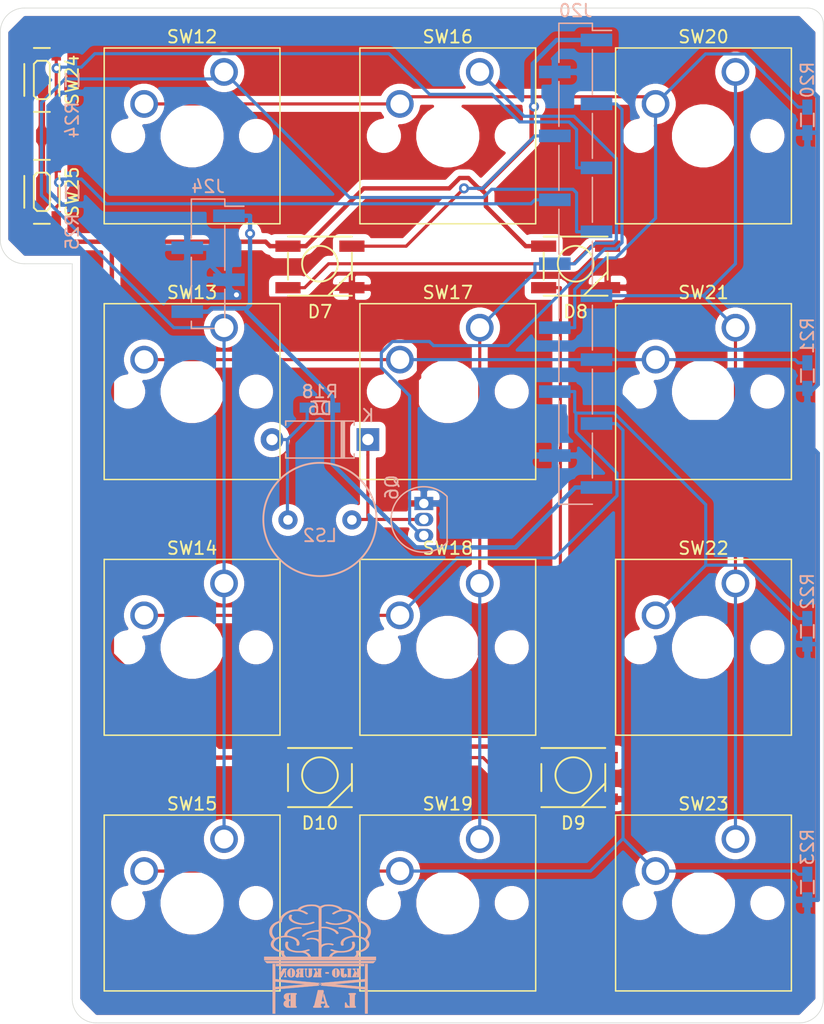
<source format=kicad_pcb>
(kicad_pcb (version 20171130) (host pcbnew "(5.1.5)-3")
  (layers (0 F.Cu signal) (31 B.Cu signal) (34 B.Paste user) (35 F.Paste user) (36 B.SilkS user) (37 F.SilkS user) (38 B.Mask user) (39 F.Mask user) (44 Edge.Cuts user))
  (net 0 "")
  (net 1 "Net-(D6-Pad1)")
  (net 2 "Net-(D6-Pad2)")
  (net 3 "Net-(D7-Pad2)")
  (net 4 "Net-(D8-Pad2)")
  (net 5 "Net-(D10-Pad4)")
  (net 6 "Net-(D10-Pad2)")
  (net 7 /Sheet5F548F88/3v32)
  (net 8 /Sheet5F548F88/LEDs2)
  (net 9 /Sheet5F548F88/GND2)
  (net 10 /Sheet5F548F88/r23)
  (net 11 /Sheet5F548F88/r21)
  (net 12 /Sheet5F548F88/c22)
  (net 13 /Sheet5F548F88/button22)
  (net 14 /Sheet5F548F88/r24)
  (net 15 /Sheet5F548F88/r22)
  (net 16 /Sheet5F548F88/c23)
  (net 17 /Sheet5F548F88/c12)
  (net 18 /Sheet5F548F88/button21)
  (net 19 /Sheet5F548F88/spk2)
  (module Symbol:Kijo-Kuron-LAB_small2 (layer B.Cu) (at 151.13 102.235 180)
    (fp_text reference G*** hide)
    (fp_text value LOGO hide)
  )
  (module Diode_THT:D_A-405_P7.62mm_Horizontal (layer B.Cu) (at 154.94 60.325 180)
    (fp_text reference D6 (at 3.81 2.47) (layer B.SilkS) (effects (justify mirror)))
    (fp_text value DIODE)
    (fp_text user K (at 0 1.9) (layer B.SilkS) (effects (justify mirror)))
    (pad 1 thru_hole rect (at 0 0 180) (size 1.8 1.8) (drill 0.9) (layers *.Cu *.Mask) (net 1 "Net-(D6-Pad1)"))
    (pad 2 thru_hole oval (at 7.62 0 180) (size 1.8 1.8) (drill 0.9) (layers *.Cu *.Mask) (net 2 "Net-(D6-Pad2)"))
  )
  (module akizukit:small_speaker (layer B.Cu) (at 151.13 66.675)
    (fp_text reference LS2 (at 0 1.27) (layer B.SilkS) (effects (justify mirror)))
    (fp_text value Speaker)
    (pad 2 thru_hole circle (at 2.54 0.04) (size 1.524 1.524) (drill 0.762) (layers *.Cu *.Mask) (net 1 "Net-(D6-Pad1)"))
    (pad 1 thru_hole circle (at -2.54 0.04) (size 1.524 1.524) (drill 0.762) (layers *.Cu *.Mask) (net 2 "Net-(D6-Pad2)"))
  )
  (module Package_TO_SOT_THT:TO-92_Inline (layer B.Cu) (at 159.385 65.405 270)
    (fp_text reference Q6 (at -1.27 2.54 90) (layer B.SilkS) (effects (justify mirror)))
    (fp_text value 2SC1815)
    (pad 2 thru_hole oval (at 1.27 0 270) (size 1.05 1.5) (drill 0.75) (layers *.Cu *.Mask) (net 1 "Net-(D6-Pad1)"))
    (pad 3 thru_hole oval (at 2.54 0 270) (size 1.05 1.5) (drill 0.75) (layers *.Cu *.Mask) (net 19 /Sheet5F548F88/spk2))
    (pad 1 thru_hole rect (at 0 0 270) (size 1.05 1.5) (drill 0.75) (layers *.Cu *.Mask) (net 9 /Sheet5F548F88/GND2))
  )
  (module akizukit:SMD-1608 (layer B.Cu) (at 151.13 57.785 180)
    (fp_text reference R18 (at 0 1.27) (layer B.SilkS) (effects (justify mirror)))
    (fp_text value 1k)
    (pad 1 smd rect (at 1.016 0 180) (size 1.2 0.8) (layers B.Cu B.Paste B.Mask) (net 2 "Net-(D6-Pad2)"))
    (pad 2 smd rect (at -1.016 0 180) (size 1.2 0.8) (layers B.Cu B.Paste B.Mask) (net 7 /Sheet5F548F88/3v32))
  )
  (module akizukit:SMD-1608 (layer B.Cu) (at 189.865 34.925 90)
    (fp_text reference R20 (at 3.175 0 270) (layer B.SilkS) (effects (justify mirror)))
    (fp_text value 1k)
    (pad 1 smd rect (at 1.016 0 90) (size 1.2 0.8) (layers B.Cu B.Paste B.Mask) (net 11 /Sheet5F548F88/r21))
    (pad 2 smd rect (at -1.016 0 90) (size 1.2 0.8) (layers B.Cu B.Paste B.Mask) (net 9 /Sheet5F548F88/GND2))
  )
  (module akizukit:SMD-1608 (layer B.Cu) (at 189.865 55.245 90)
    (fp_text reference R21 (at 3.175 0 270) (layer B.SilkS) (effects (justify mirror)))
    (fp_text value 1k)
    (pad 2 smd rect (at -1.016 0 90) (size 1.2 0.8) (layers B.Cu B.Paste B.Mask) (net 9 /Sheet5F548F88/GND2))
    (pad 1 smd rect (at 1.016 0 90) (size 1.2 0.8) (layers B.Cu B.Paste B.Mask) (net 15 /Sheet5F548F88/r22))
  )
  (module akizukit:SMD-1608 (layer B.Cu) (at 189.865 75.565 90)
    (fp_text reference R22 (at 3.175 0 270) (layer B.SilkS) (effects (justify mirror)))
    (fp_text value 1k)
    (pad 1 smd rect (at 1.016 0 90) (size 1.2 0.8) (layers B.Cu B.Paste B.Mask) (net 10 /Sheet5F548F88/r23))
    (pad 2 smd rect (at -1.016 0 90) (size 1.2 0.8) (layers B.Cu B.Paste B.Mask) (net 9 /Sheet5F548F88/GND2))
  )
  (module akizukit:SMD-1608 (layer B.Cu) (at 189.865 95.885 90)
    (fp_text reference R23 (at 3.175 0 270) (layer B.SilkS) (effects (justify mirror)))
    (fp_text value 1k)
    (pad 2 smd rect (at -1.016 0 90) (size 1.2 0.8) (layers B.Cu B.Paste B.Mask) (net 9 /Sheet5F548F88/GND2))
    (pad 1 smd rect (at 1.016 0 90) (size 1.2 0.8) (layers B.Cu B.Paste B.Mask) (net 14 /Sheet5F548F88/r24))
  )
  (module akizukit:SMD-1608 (layer B.Cu) (at 131.445 31.75 270)
    (fp_text reference R24 (at 3.175 0 90) (layer B.SilkS) (effects (justify mirror)))
    (fp_text value 1k)
    (pad 2 smd rect (at -1.016 0 270) (size 1.2 0.8) (layers B.Cu B.Paste B.Mask) (net 18 /Sheet5F548F88/button21))
    (pad 1 smd rect (at 1.016 0 270) (size 1.2 0.8) (layers B.Cu B.Paste B.Mask) (net 9 /Sheet5F548F88/GND2))
  )
  (module akizukit:SMD-1608 (layer B.Cu) (at 131.445 40.64 270)
    (fp_text reference R25 (at 3.175 0 90) (layer B.SilkS) (effects (justify mirror)))
    (fp_text value 1k)
    (pad 1 smd rect (at 1.016 0 270) (size 1.2 0.8) (layers B.Cu B.Paste B.Mask) (net 9 /Sheet5F548F88/GND2))
    (pad 2 smd rect (at -1.016 0 270) (size 1.2 0.8) (layers B.Cu B.Paste B.Mask) (net 13 /Sheet5F548F88/button22))
  )
  (module Button_Switch_Keyboard:SW_Cherry_MX_1.00u_PCB (layer F.Cu) (at 143.51 31.115)
    (fp_text reference SW12 (at -2.54 -2.794) (layer F.SilkS))
    (fp_text value SW_Push)
    (pad "" np_thru_hole circle (at 2.54 5.08) (size 1.7 1.7) (drill 1.7) (layers *.Cu *.Mask))
    (pad "" np_thru_hole circle (at -7.62 5.08) (size 1.7 1.7) (drill 1.7) (layers *.Cu *.Mask))
    (pad "" np_thru_hole circle (at -2.54 5.08) (size 4 4) (drill 4) (layers *.Cu *.Mask))
    (pad 2 thru_hole circle (at -6.35 2.54) (size 2.2 2.2) (drill 1.5) (layers *.Cu *.Mask) (net 11 /Sheet5F548F88/r21))
    (pad 1 thru_hole circle (at 0 0) (size 2.2 2.2) (drill 1.5) (layers *.Cu *.Mask) (net 17 /Sheet5F548F88/c12))
  )
  (module Button_Switch_Keyboard:SW_Cherry_MX_1.00u_PCB (layer F.Cu) (at 143.51 51.435)
    (fp_text reference SW13 (at -2.54 -2.794) (layer F.SilkS))
    (fp_text value SW_Push)
    (pad "" np_thru_hole circle (at 2.54 5.08) (size 1.7 1.7) (drill 1.7) (layers *.Cu *.Mask))
    (pad "" np_thru_hole circle (at -7.62 5.08) (size 1.7 1.7) (drill 1.7) (layers *.Cu *.Mask))
    (pad "" np_thru_hole circle (at -2.54 5.08) (size 4 4) (drill 4) (layers *.Cu *.Mask))
    (pad 2 thru_hole circle (at -6.35 2.54) (size 2.2 2.2) (drill 1.5) (layers *.Cu *.Mask) (net 15 /Sheet5F548F88/r22))
    (pad 1 thru_hole circle (at 0 0) (size 2.2 2.2) (drill 1.5) (layers *.Cu *.Mask) (net 17 /Sheet5F548F88/c12))
  )
  (module Button_Switch_Keyboard:SW_Cherry_MX_1.00u_PCB (layer F.Cu) (at 143.51 71.755)
    (fp_text reference SW14 (at -2.54 -2.794) (layer F.SilkS))
    (fp_text value SW_Push)
    (pad 1 thru_hole circle (at 0 0) (size 2.2 2.2) (drill 1.5) (layers *.Cu *.Mask) (net 17 /Sheet5F548F88/c12))
    (pad 2 thru_hole circle (at -6.35 2.54) (size 2.2 2.2) (drill 1.5) (layers *.Cu *.Mask) (net 10 /Sheet5F548F88/r23))
    (pad "" np_thru_hole circle (at -2.54 5.08) (size 4 4) (drill 4) (layers *.Cu *.Mask))
    (pad "" np_thru_hole circle (at -7.62 5.08) (size 1.7 1.7) (drill 1.7) (layers *.Cu *.Mask))
    (pad "" np_thru_hole circle (at 2.54 5.08) (size 1.7 1.7) (drill 1.7) (layers *.Cu *.Mask))
  )
  (module Button_Switch_Keyboard:SW_Cherry_MX_1.00u_PCB (layer F.Cu) (at 143.51 92.075)
    (fp_text reference SW15 (at -2.54 -2.794) (layer F.SilkS))
    (fp_text value SW_Push)
    (pad 1 thru_hole circle (at 0 0) (size 2.2 2.2) (drill 1.5) (layers *.Cu *.Mask) (net 17 /Sheet5F548F88/c12))
    (pad 2 thru_hole circle (at -6.35 2.54) (size 2.2 2.2) (drill 1.5) (layers *.Cu *.Mask) (net 14 /Sheet5F548F88/r24))
    (pad "" np_thru_hole circle (at -2.54 5.08) (size 4 4) (drill 4) (layers *.Cu *.Mask))
    (pad "" np_thru_hole circle (at -7.62 5.08) (size 1.7 1.7) (drill 1.7) (layers *.Cu *.Mask))
    (pad "" np_thru_hole circle (at 2.54 5.08) (size 1.7 1.7) (drill 1.7) (layers *.Cu *.Mask))
  )
  (module Button_Switch_Keyboard:SW_Cherry_MX_1.00u_PCB (layer F.Cu) (at 163.83 31.115)
    (fp_text reference SW16 (at -2.54 -2.794) (layer F.SilkS))
    (fp_text value SW_Push)
    (pad 1 thru_hole circle (at 0 0) (size 2.2 2.2) (drill 1.5) (layers *.Cu *.Mask) (net 12 /Sheet5F548F88/c22))
    (pad 2 thru_hole circle (at -6.35 2.54) (size 2.2 2.2) (drill 1.5) (layers *.Cu *.Mask) (net 11 /Sheet5F548F88/r21))
    (pad "" np_thru_hole circle (at -2.54 5.08) (size 4 4) (drill 4) (layers *.Cu *.Mask))
    (pad "" np_thru_hole circle (at -7.62 5.08) (size 1.7 1.7) (drill 1.7) (layers *.Cu *.Mask))
    (pad "" np_thru_hole circle (at 2.54 5.08) (size 1.7 1.7) (drill 1.7) (layers *.Cu *.Mask))
  )
  (module Button_Switch_Keyboard:SW_Cherry_MX_1.00u_PCB (layer F.Cu) (at 163.83 51.435)
    (fp_text reference SW17 (at -2.54 -2.794) (layer F.SilkS))
    (fp_text value SW_Push)
    (pad 1 thru_hole circle (at 0 0) (size 2.2 2.2) (drill 1.5) (layers *.Cu *.Mask) (net 12 /Sheet5F548F88/c22))
    (pad 2 thru_hole circle (at -6.35 2.54) (size 2.2 2.2) (drill 1.5) (layers *.Cu *.Mask) (net 15 /Sheet5F548F88/r22))
    (pad "" np_thru_hole circle (at -2.54 5.08) (size 4 4) (drill 4) (layers *.Cu *.Mask))
    (pad "" np_thru_hole circle (at -7.62 5.08) (size 1.7 1.7) (drill 1.7) (layers *.Cu *.Mask))
    (pad "" np_thru_hole circle (at 2.54 5.08) (size 1.7 1.7) (drill 1.7) (layers *.Cu *.Mask))
  )
  (module Button_Switch_Keyboard:SW_Cherry_MX_1.00u_PCB (layer F.Cu) (at 163.83 71.755)
    (fp_text reference SW18 (at -2.54 -2.794) (layer F.SilkS))
    (fp_text value SW_Push)
    (pad "" np_thru_hole circle (at 2.54 5.08) (size 1.7 1.7) (drill 1.7) (layers *.Cu *.Mask))
    (pad "" np_thru_hole circle (at -7.62 5.08) (size 1.7 1.7) (drill 1.7) (layers *.Cu *.Mask))
    (pad "" np_thru_hole circle (at -2.54 5.08) (size 4 4) (drill 4) (layers *.Cu *.Mask))
    (pad 2 thru_hole circle (at -6.35 2.54) (size 2.2 2.2) (drill 1.5) (layers *.Cu *.Mask) (net 10 /Sheet5F548F88/r23))
    (pad 1 thru_hole circle (at 0 0) (size 2.2 2.2) (drill 1.5) (layers *.Cu *.Mask) (net 12 /Sheet5F548F88/c22))
  )
  (module Button_Switch_Keyboard:SW_Cherry_MX_1.00u_PCB (layer F.Cu) (at 163.83 92.075)
    (fp_text reference SW19 (at -2.54 -2.794) (layer F.SilkS))
    (fp_text value SW_Push)
    (pad "" np_thru_hole circle (at 2.54 5.08) (size 1.7 1.7) (drill 1.7) (layers *.Cu *.Mask))
    (pad "" np_thru_hole circle (at -7.62 5.08) (size 1.7 1.7) (drill 1.7) (layers *.Cu *.Mask))
    (pad "" np_thru_hole circle (at -2.54 5.08) (size 4 4) (drill 4) (layers *.Cu *.Mask))
    (pad 2 thru_hole circle (at -6.35 2.54) (size 2.2 2.2) (drill 1.5) (layers *.Cu *.Mask) (net 14 /Sheet5F548F88/r24))
    (pad 1 thru_hole circle (at 0 0) (size 2.2 2.2) (drill 1.5) (layers *.Cu *.Mask) (net 12 /Sheet5F548F88/c22))
  )
  (module Button_Switch_Keyboard:SW_Cherry_MX_1.00u_PCB (layer F.Cu) (at 184.15 31.115)
    (fp_text reference SW20 (at -2.54 -2.794) (layer F.SilkS))
    (fp_text value SW_Push)
    (pad 1 thru_hole circle (at 0 0) (size 2.2 2.2) (drill 1.5) (layers *.Cu *.Mask) (net 16 /Sheet5F548F88/c23))
    (pad 2 thru_hole circle (at -6.35 2.54) (size 2.2 2.2) (drill 1.5) (layers *.Cu *.Mask) (net 11 /Sheet5F548F88/r21))
    (pad "" np_thru_hole circle (at -2.54 5.08) (size 4 4) (drill 4) (layers *.Cu *.Mask))
    (pad "" np_thru_hole circle (at -7.62 5.08) (size 1.7 1.7) (drill 1.7) (layers *.Cu *.Mask))
    (pad "" np_thru_hole circle (at 2.54 5.08) (size 1.7 1.7) (drill 1.7) (layers *.Cu *.Mask))
  )
  (module Button_Switch_Keyboard:SW_Cherry_MX_1.00u_PCB (layer F.Cu) (at 184.15 51.435)
    (fp_text reference SW21 (at -2.54 -2.794) (layer F.SilkS))
    (fp_text value SW_Push)
    (pad 1 thru_hole circle (at 0 0) (size 2.2 2.2) (drill 1.5) (layers *.Cu *.Mask) (net 16 /Sheet5F548F88/c23))
    (pad 2 thru_hole circle (at -6.35 2.54) (size 2.2 2.2) (drill 1.5) (layers *.Cu *.Mask) (net 15 /Sheet5F548F88/r22))
    (pad "" np_thru_hole circle (at -2.54 5.08) (size 4 4) (drill 4) (layers *.Cu *.Mask))
    (pad "" np_thru_hole circle (at -7.62 5.08) (size 1.7 1.7) (drill 1.7) (layers *.Cu *.Mask))
    (pad "" np_thru_hole circle (at 2.54 5.08) (size 1.7 1.7) (drill 1.7) (layers *.Cu *.Mask))
  )
  (module Button_Switch_Keyboard:SW_Cherry_MX_1.00u_PCB (layer F.Cu) (at 184.15 71.755)
    (fp_text reference SW22 (at -2.54 -2.794) (layer F.SilkS))
    (fp_text value SW_Push)
    (pad "" np_thru_hole circle (at 2.54 5.08) (size 1.7 1.7) (drill 1.7) (layers *.Cu *.Mask))
    (pad "" np_thru_hole circle (at -7.62 5.08) (size 1.7 1.7) (drill 1.7) (layers *.Cu *.Mask))
    (pad "" np_thru_hole circle (at -2.54 5.08) (size 4 4) (drill 4) (layers *.Cu *.Mask))
    (pad 2 thru_hole circle (at -6.35 2.54) (size 2.2 2.2) (drill 1.5) (layers *.Cu *.Mask) (net 10 /Sheet5F548F88/r23))
    (pad 1 thru_hole circle (at 0 0) (size 2.2 2.2) (drill 1.5) (layers *.Cu *.Mask) (net 16 /Sheet5F548F88/c23))
  )
  (module Button_Switch_Keyboard:SW_Cherry_MX_1.00u_PCB (layer F.Cu) (at 184.15 92.075)
    (fp_text reference SW23 (at -2.54 -2.794) (layer F.SilkS))
    (fp_text value SW_Push)
    (pad "" np_thru_hole circle (at 2.54 5.08) (size 1.7 1.7) (drill 1.7) (layers *.Cu *.Mask))
    (pad "" np_thru_hole circle (at -7.62 5.08) (size 1.7 1.7) (drill 1.7) (layers *.Cu *.Mask))
    (pad "" np_thru_hole circle (at -2.54 5.08) (size 4 4) (drill 4) (layers *.Cu *.Mask))
    (pad 2 thru_hole circle (at -6.35 2.54) (size 2.2 2.2) (drill 1.5) (layers *.Cu *.Mask) (net 14 /Sheet5F548F88/r24))
    (pad 1 thru_hole circle (at 0 0) (size 2.2 2.2) (drill 1.5) (layers *.Cu *.Mask) (net 16 /Sheet5F548F88/c23))
  )
  (module akizukit:SMD_SW (layer F.Cu) (at 130.175 34.29 90)
    (fp_text reference SW24 (at 2.54 1.27 90) (layer F.SilkS))
    (fp_text value SW_Push)
    (pad 1 smd rect (at 0 -2.286 90) (size 2 0.75) (layers F.Cu F.Paste F.Mask) (net 7 /Sheet5F548F88/3v32))
    (pad 2 smd rect (at 0 0 90) (size 2 0.75) (layers F.Cu F.Paste F.Mask) (net 18 /Sheet5F548F88/button21))
    (pad 2 smd rect (at 5.08 0 90) (size 2 0.75) (layers F.Cu F.Paste F.Mask) (net 18 /Sheet5F548F88/button21))
    (pad 1 smd rect (at 5.08 -2.286 90) (size 2 0.75) (layers F.Cu F.Paste F.Mask) (net 7 /Sheet5F548F88/3v32))
  )
  (module akizukit:SMD_SW (layer F.Cu) (at 130.175 43.18 90)
    (fp_text reference SW25 (at 2.54 1.27 90) (layer F.SilkS))
    (fp_text value SW_Push)
    (pad 1 smd rect (at 5.08 -2.286 90) (size 2 0.75) (layers F.Cu F.Paste F.Mask) (net 7 /Sheet5F548F88/3v32))
    (pad 2 smd rect (at 5.08 0 90) (size 2 0.75) (layers F.Cu F.Paste F.Mask) (net 13 /Sheet5F548F88/button22))
    (pad 2 smd rect (at 0 0 90) (size 2 0.75) (layers F.Cu F.Paste F.Mask) (net 13 /Sheet5F548F88/button22))
    (pad 1 smd rect (at 0 -2.286 90) (size 2 0.75) (layers F.Cu F.Paste F.Mask) (net 7 /Sheet5F548F88/3v32))
  )
  (module Connector_PinHeader_2.54mm:PinHeader_1x15_P2.54mm_Vertical_SMD_Pin1Left (layer B.Cu) (at 171.45 46.355 180)
    (fp_text reference J20 (at 0 20.11) (layer B.SilkS) (effects (justify mirror)))
    (fp_text value Conn_01x15)
    (pad 14 smd rect (at 1.655 -15.24 180) (size 2.51 1) (layers B.Cu B.Paste B.Mask) (net 9 /Sheet5F548F88/GND2))
    (pad 12 smd rect (at 1.655 -10.16 180) (size 2.51 1) (layers B.Cu B.Paste B.Mask) (net 10 /Sheet5F548F88/r23))
    (pad 10 smd rect (at 1.655 -5.08 180) (size 2.51 1) (layers B.Cu B.Paste B.Mask) (net 11 /Sheet5F548F88/r21))
    (pad 8 smd rect (at 1.655 0 180) (size 2.51 1) (layers B.Cu B.Paste B.Mask) (net 12 /Sheet5F548F88/c22))
    (pad 6 smd rect (at 1.655 5.08 180) (size 2.51 1) (layers B.Cu B.Paste B.Mask) (net 13 /Sheet5F548F88/button22))
    (pad 4 smd rect (at 1.655 10.16 180) (size 2.51 1) (layers B.Cu B.Paste B.Mask) (net 8 /Sheet5F548F88/LEDs2))
    (pad 2 smd rect (at 1.655 15.24 180) (size 2.51 1) (layers B.Cu B.Paste B.Mask) (net 9 /Sheet5F548F88/GND2))
    (pad 15 smd rect (at -1.655 -17.78 180) (size 2.51 1) (layers B.Cu B.Paste B.Mask) (net 7 /Sheet5F548F88/3v32))
    (pad 13 smd rect (at -1.655 -12.7 180) (size 2.51 1) (layers B.Cu B.Paste B.Mask) (net 14 /Sheet5F548F88/r24))
    (pad 11 smd rect (at -1.655 -7.62 180) (size 2.51 1) (layers B.Cu B.Paste B.Mask) (net 15 /Sheet5F548F88/r22))
    (pad 9 smd rect (at -1.655 -2.54 180) (size 2.51 1) (layers B.Cu B.Paste B.Mask) (net 16 /Sheet5F548F88/c23))
    (pad 7 smd rect (at -1.655 2.54 180) (size 2.51 1) (layers B.Cu B.Paste B.Mask) (net 17 /Sheet5F548F88/c12))
    (pad 5 smd rect (at -1.655 7.62 180) (size 2.51 1) (layers B.Cu B.Paste B.Mask) (net 18 /Sheet5F548F88/button21))
    (pad 3 smd rect (at -1.655 12.7 180) (size 2.51 1) (layers B.Cu B.Paste B.Mask) (net 19 /Sheet5F548F88/spk2))
    (pad 1 smd rect (at -1.655 17.78 180) (size 2.51 1) (layers B.Cu B.Paste B.Mask) (net 7 /Sheet5F548F88/3v32))
  )
  (module Connector_PinHeader_2.54mm:PinHeader_1x04_P2.54mm_Vertical_SMD_Pin1Left (layer B.Cu) (at 142.24 46.355 180)
    (fp_text reference J24 (at 0 6.14) (layer B.SilkS) (effects (justify mirror)))
    (fp_text value Conn_01x04)
    (pad 4 smd rect (at 1.655 -3.81 180) (size 2.51 1) (layers B.Cu B.Paste B.Mask) (net 7 /Sheet5F548F88/3v32))
    (pad 2 smd rect (at 1.655 1.27 180) (size 2.51 1) (layers B.Cu B.Paste B.Mask) (net 9 /Sheet5F548F88/GND2))
    (pad 3 smd rect (at -1.655 -1.27 180) (size 2.51 1) (layers B.Cu B.Paste B.Mask) (net 9 /Sheet5F548F88/GND2))
    (pad 1 smd rect (at -1.655 3.81 180) (size 2.51 1) (layers B.Cu B.Paste B.Mask) (net 7 /Sheet5F548F88/3v32))
  )
  (module akizukit:WS2812B (layer F.Cu) (at 148.59 48.26)
    (fp_text reference D7 (at 2.54 1.905) (layer F.SilkS))
    (fp_text value WS2812B)
    (pad 4 smd rect (at 5.08 -3.302) (size 2 0.9) (layers F.Cu F.Paste F.Mask) (net 8 /Sheet5F548F88/LEDs2))
    (pad 3 smd rect (at 5.08 0) (size 2 0.9) (layers F.Cu F.Paste F.Mask) (net 9 /Sheet5F548F88/GND2))
    (pad 2 smd rect (at 0 0) (size 2 0.9) (layers F.Cu F.Paste F.Mask) (net 3 "Net-(D7-Pad2)"))
    (pad 1 smd rect (at 0 -3.302) (size 2 0.9) (layers F.Cu F.Paste F.Mask) (net 7 /Sheet5F548F88/3v32))
  )
  (module akizukit:WS2812B (layer F.Cu) (at 168.91 48.26)
    (fp_text reference D8 (at 2.54 1.905) (layer F.SilkS))
    (fp_text value WS2812B)
    (pad 1 smd rect (at 0 -3.302) (size 2 0.9) (layers F.Cu F.Paste F.Mask) (net 7 /Sheet5F548F88/3v32))
    (pad 2 smd rect (at 0 0) (size 2 0.9) (layers F.Cu F.Paste F.Mask) (net 4 "Net-(D8-Pad2)"))
    (pad 3 smd rect (at 5.08 0) (size 2 0.9) (layers F.Cu F.Paste F.Mask) (net 9 /Sheet5F548F88/GND2))
    (pad 4 smd rect (at 5.08 -3.302) (size 2 0.9) (layers F.Cu F.Paste F.Mask) (net 3 "Net-(D7-Pad2)"))
  )
  (module akizukit:WS2812B (layer F.Cu) (at 168.725 88.9)
    (fp_text reference D9 (at 2.54 1.905) (layer F.SilkS))
    (fp_text value WS2812B)
    (pad 1 smd rect (at 0 -3.302) (size 2 0.9) (layers F.Cu F.Paste F.Mask) (net 7 /Sheet5F548F88/3v32))
    (pad 2 smd rect (at 0 0) (size 2 0.9) (layers F.Cu F.Paste F.Mask) (net 5 "Net-(D10-Pad4)"))
    (pad 3 smd rect (at 5.08 0) (size 2 0.9) (layers F.Cu F.Paste F.Mask) (net 9 /Sheet5F548F88/GND2))
    (pad 4 smd rect (at 5.08 -3.302) (size 2 0.9) (layers F.Cu F.Paste F.Mask) (net 4 "Net-(D8-Pad2)"))
  )
  (module akizukit:WS2812B (layer F.Cu) (at 148.59 88.9)
    (fp_text reference D10 (at 2.54 1.905) (layer F.SilkS))
    (fp_text value WS2812B)
    (pad 4 smd rect (at 5.08 -3.302) (size 2 0.9) (layers F.Cu F.Paste F.Mask) (net 5 "Net-(D10-Pad4)"))
    (pad 3 smd rect (at 5.08 0) (size 2 0.9) (layers F.Cu F.Paste F.Mask) (net 9 /Sheet5F548F88/GND2))
    (pad 2 smd rect (at 0 0) (size 2 0.9) (layers F.Cu F.Paste F.Mask) (net 6 "Net-(D10-Pad2)"))
    (pad 1 smd rect (at 0 -3.302) (size 2 0.9) (layers F.Cu F.Paste F.Mask) (net 7 /Sheet5F548F88/3v32))
  )
  (gr_arc (start 127.635 27.94) (end 127.635 26.035) (angle -90) (layer Edge.Cuts) (width 0.05))
  (gr_arc (start 133.35 104.775) (end 131.445 104.775) (angle -90) (layer Edge.Cuts) (width 0.05))
  (gr_line (start 131.445 46.355) (end 131.445 104.775) (layer Edge.Cuts) (width 0.05))
  (gr_line (start 125.73 44.45) (end 125.73 27.94) (layer Edge.Cuts) (width 0.05))
  (gr_line (start 131.445 46.355) (end 127.635 46.355) (layer Edge.Cuts) (width 0.05))
  (gr_arc (start 127.635 44.45) (end 125.73 44.45) (angle -90) (layer Edge.Cuts) (width 0.05))
  (gr_arc (start 189.23 104.775) (end 189.23 106.68) (angle -90) (layer Edge.Cuts) (width 0.05))
  (gr_line (start 189.23 106.68) (end 133.35 106.68) (layer Edge.Cuts) (width 0.05))
  (gr_line (start 191.135 27.305) (end 191.135 104.775) (layer Edge.Cuts) (width 0.05))
  (gr_arc (start 189.865 27.305) (end 191.135 27.305) (angle -90) (layer Edge.Cuts) (width 0.05))
  (gr_line (start 189.865 26.035) (end 127.635 26.035) (layer Edge.Cuts) (width 0.05))
  (segment (start 154.94 66.675) (end 153.71 66.675) (width 0.25) (layer F.Cu) (net 1))
  (segment (start 153.71 66.675) (end 153.67 66.715) (width 0.25) (layer F.Cu) (net 1))
  (segment (start 159.385 66.675) (end 154.94 66.675) (width 0.25) (layer F.Cu) (net 1))
  (segment (start 154.94 66.675) (end 154.94 61.5503) (width 0.25) (layer F.Cu) (net 1))
  (segment (start 154.94 60.325) (end 154.94 61.5503) (width 0.25) (layer F.Cu) (net 1))
  (segment (start 148.5453 60.325) (end 150.114 58.7563) (width 0.25) (layer B.Cu) (net 2))
  (segment (start 150.114 58.7563) (end 150.114 57.785) (width 0.25) (layer B.Cu) (net 2))
  (segment (start 148.5453 60.325) (end 148.5453 66.6703) (width 0.25) (layer B.Cu) (net 2))
  (segment (start 148.5453 66.6703) (end 148.59 66.715) (width 0.25) (layer B.Cu) (net 2))
  (segment (start 147.32 60.325) (end 148.5453 60.325) (width 0.25) (layer B.Cu) (net 2))
  (segment (start 148.59 48.26) (end 149.9153 48.26) (width 0.25) (layer F.Cu) (net 3))
  (segment (start 173.99 44.958) (end 172.6647 44.958) (width 0.25) (layer F.Cu) (net 3))
  (segment (start 172.6647 44.958) (end 171.2655 46.3572) (width 0.25) (layer F.Cu) (net 3))
  (segment (start 171.2655 46.3572) (end 151.8181 46.3572) (width 0.25) (layer F.Cu) (net 3))
  (segment (start 151.8181 46.3572) (end 149.9153 48.26) (width 0.25) (layer F.Cu) (net 3))
  (segment (start 168.91 48.26) (end 170.2353 48.26) (width 0.25) (layer F.Cu) (net 4))
  (segment (start 173.805 85.598) (end 170.2353 82.0283) (width 0.25) (layer F.Cu) (net 4))
  (segment (start 170.2353 82.0283) (end 170.2353 48.26) (width 0.25) (layer F.Cu) (net 4))
  (segment (start 168.725 88.9) (end 167.3997 88.9) (width 0.25) (layer F.Cu) (net 5))
  (segment (start 167.3997 88.9) (end 164.0977 85.598) (width 0.25) (layer F.Cu) (net 5))
  (segment (start 164.0977 85.598) (end 153.67 85.598) (width 0.25) (layer F.Cu) (net 5))
  (segment (start 163.9815 40.479) (end 163.8689 40.3665) (width 0.35) (layer F.Cu) (net 7))
  (segment (start 163.8689 40.3665) (end 163.747 40.3665) (width 0.35) (layer F.Cu) (net 7))
  (segment (start 163.747 40.3665) (end 162.9206 39.5401) (width 0.35) (layer F.Cu) (net 7))
  (segment (start 162.9206 39.5401) (end 162.237 39.5401) (width 0.35) (layer F.Cu) (net 7))
  (segment (start 162.237 39.5401) (end 161.4106 40.3665) (width 0.35) (layer F.Cu) (net 7))
  (segment (start 161.4106 40.3665) (end 154.6068 40.3665) (width 0.35) (layer F.Cu) (net 7))
  (segment (start 154.6068 40.3665) (end 150.0153 44.958) (width 0.35) (layer F.Cu) (net 7))
  (segment (start 145.2979 49.9043) (end 145.2979 50.1116) (width 0.35) (layer B.Cu) (net 7))
  (segment (start 145.2979 50.1116) (end 152.146 56.9597) (width 0.35) (layer B.Cu) (net 7))
  (segment (start 145.5753 43.9601) (end 145.5753 49.6269) (width 0.35) (layer B.Cu) (net 7))
  (segment (start 145.5753 49.6269) (end 145.2979 49.9043) (width 0.35) (layer B.Cu) (net 7))
  (segment (start 145.2979 49.9043) (end 142.526 49.9043) (width 0.35) (layer B.Cu) (net 7))
  (segment (start 142.526 49.9043) (end 142.2653 50.165) (width 0.35) (layer B.Cu) (net 7))
  (segment (start 152.146 57.785) (end 152.146 56.9597) (width 0.35) (layer B.Cu) (net 7))
  (segment (start 140.585 50.165) (end 142.2653 50.165) (width 0.35) (layer B.Cu) (net 7))
  (segment (start 145.5753 42.545) (end 145.5753 43.9601) (width 0.35) (layer B.Cu) (net 7))
  (segment (start 163.9815 40.479) (end 167.9526 36.5079) (width 0.35) (layer F.Cu) (net 7))
  (segment (start 167.9526 36.5079) (end 167.9526 34.0474) (width 0.35) (layer F.Cu) (net 7))
  (segment (start 167.9526 34.0474) (end 168.1393 33.8607) (width 0.35) (layer F.Cu) (net 7))
  (segment (start 173.105 28.575) (end 169.9389 28.575) (width 0.35) (layer B.Cu) (net 7))
  (segment (start 169.9389 28.575) (end 168.0459 30.468) (width 0.35) (layer B.Cu) (net 7))
  (segment (start 168.0459 30.468) (end 168.0459 33.7673) (width 0.35) (layer B.Cu) (net 7))
  (segment (start 168.0459 33.7673) (end 168.1393 33.8607) (width 0.35) (layer B.Cu) (net 7))
  (segment (start 167.4847 44.958) (end 164.3191 41.7924) (width 0.35) (layer F.Cu) (net 7))
  (segment (start 164.3191 41.7924) (end 164.3191 40.8167) (width 0.35) (layer F.Cu) (net 7))
  (segment (start 164.3191 40.8167) (end 163.9815 40.479) (width 0.35) (layer F.Cu) (net 7))
  (segment (start 148.59 85.598) (end 150.0153 85.598) (width 0.35) (layer F.Cu) (net 7))
  (segment (start 168.725 85.598) (end 167.2997 85.598) (width 0.35) (layer F.Cu) (net 7))
  (segment (start 167.2997 85.598) (end 166.4244 84.7227) (width 0.35) (layer F.Cu) (net 7))
  (segment (start 166.4244 84.7227) (end 150.8906 84.7227) (width 0.35) (layer F.Cu) (net 7))
  (segment (start 150.8906 84.7227) (end 150.0153 85.598) (width 0.35) (layer F.Cu) (net 7))
  (segment (start 127.889 38.1) (end 127.889 34.29) (width 0.35) (layer F.Cu) (net 7))
  (segment (start 127.889 43.18) (end 127.889 38.1) (width 0.35) (layer F.Cu) (net 7))
  (segment (start 173.105 64.135) (end 171.4247 64.135) (width 0.35) (layer B.Cu) (net 7))
  (segment (start 152.146 57.785) (end 152.146 62.2936) (width 0.35) (layer B.Cu) (net 7))
  (segment (start 152.146 62.2936) (end 158.7495 68.8971) (width 0.35) (layer B.Cu) (net 7))
  (segment (start 158.7495 68.8971) (end 166.6626 68.8971) (width 0.35) (layer B.Cu) (net 7))
  (segment (start 166.6626 68.8971) (end 171.4247 64.135) (width 0.35) (layer B.Cu) (net 7))
  (segment (start 134.5934 44.6053) (end 145.5753 44.6053) (width 0.35) (layer F.Cu) (net 7))
  (segment (start 127.889 44.6053) (end 134.5934 44.6053) (width 0.35) (layer F.Cu) (net 7))
  (segment (start 148.59 85.598) (end 142.7996 85.598) (width 0.35) (layer F.Cu) (net 7))
  (segment (start 142.7996 85.598) (end 134.5934 77.3918) (width 0.35) (layer F.Cu) (net 7))
  (segment (start 134.5934 77.3918) (end 134.5934 44.6053) (width 0.35) (layer F.Cu) (net 7))
  (segment (start 148.59 44.958) (end 150.0153 44.958) (width 0.35) (layer F.Cu) (net 7))
  (segment (start 145.5753 44.6053) (end 146.812 44.6053) (width 0.35) (layer F.Cu) (net 7))
  (segment (start 146.812 44.6053) (end 147.1647 44.958) (width 0.35) (layer F.Cu) (net 7))
  (segment (start 145.5753 43.9601) (end 145.5753 44.6053) (width 0.35) (layer F.Cu) (net 7))
  (segment (start 148.59 44.958) (end 147.1647 44.958) (width 0.35) (layer F.Cu) (net 7))
  (segment (start 127.889 43.18) (end 127.889 44.6053) (width 0.35) (layer F.Cu) (net 7))
  (segment (start 168.91 44.958) (end 167.4847 44.958) (width 0.35) (layer F.Cu) (net 7))
  (segment (start 127.889 29.21) (end 127.889 34.29) (width 0.35) (layer F.Cu) (net 7))
  (segment (start 143.895 42.545) (end 145.5753 42.545) (width 0.35) (layer B.Cu) (net 7))
  (via (at 168.1393 33.8607) (size 0.8) (layers F.Cu B.Cu) (net 7))
  (via (at 145.5753 43.9601) (size 0.8) (layers F.Cu B.Cu) (net 7))
  (segment (start 168.2147 36.195) (end 164.0443 40.3654) (width 0.25) (layer B.Cu) (net 8))
  (segment (start 164.0443 40.3654) (end 162.5787 40.3654) (width 0.25) (layer B.Cu) (net 8))
  (segment (start 153.67 44.958) (end 157.9861 44.958) (width 0.25) (layer F.Cu) (net 8))
  (segment (start 157.9861 44.958) (end 162.5787 40.3654) (width 0.25) (layer F.Cu) (net 8))
  (segment (start 169.795 36.195) (end 168.2147 36.195) (width 0.25) (layer B.Cu) (net 8))
  (via (at 162.5787 40.3654) (size 0.8) (layers F.Cu B.Cu) (net 8))
  (segment (start 159.0086 52.1733) (end 155.0953 48.26) (width 0.35) (layer F.Cu) (net 9))
  (segment (start 155.0953 48.26) (end 154.3827 48.26) (width 0.35) (layer F.Cu) (net 9))
  (segment (start 159.385 64.4547) (end 158.8201 63.8898) (width 0.35) (layer F.Cu) (net 9))
  (segment (start 158.8201 63.8898) (end 158.8201 55.5549) (width 0.35) (layer F.Cu) (net 9))
  (segment (start 158.8201 55.5549) (end 159.0086 55.3664) (width 0.35) (layer F.Cu) (net 9))
  (segment (start 159.0086 55.3664) (end 159.0086 52.1733) (width 0.35) (layer F.Cu) (net 9))
  (segment (start 159.0086 52.1733) (end 163.7972 47.3847) (width 0.35) (layer F.Cu) (net 9))
  (segment (start 163.7972 47.3847) (end 171.6894 47.3847) (width 0.35) (layer F.Cu) (net 9))
  (segment (start 171.6894 47.3847) (end 172.5647 48.26) (width 0.35) (layer F.Cu) (net 9))
  (segment (start 173.99 48.26) (end 172.5647 48.26) (width 0.35) (layer F.Cu) (net 9))
  (segment (start 153.67 48.26) (end 154.3827 48.26) (width 0.35) (layer F.Cu) (net 9))
  (segment (start 188.2109 58.9404) (end 177.152 58.9404) (width 0.35) (layer B.Cu) (net 9))
  (segment (start 177.152 58.9404) (end 173.7964 55.5848) (width 0.35) (layer B.Cu) (net 9))
  (segment (start 173.7964 55.5848) (end 168.2953 55.5848) (width 0.35) (layer B.Cu) (net 9))
  (segment (start 168.2953 55.5848) (end 168.1147 55.7654) (width 0.35) (layer B.Cu) (net 9))
  (segment (start 168.1147 55.7654) (end 168.1147 61.595) (width 0.35) (layer B.Cu) (net 9))
  (segment (start 189.865 57.2863) (end 188.2109 58.9404) (width 0.35) (layer B.Cu) (net 9))
  (segment (start 188.2109 58.9404) (end 190.6903 61.4198) (width 0.35) (layer B.Cu) (net 9))
  (segment (start 190.6903 61.4198) (end 190.6903 76.581) (width 0.35) (layer B.Cu) (net 9))
  (segment (start 169.795 61.595) (end 168.1147 61.595) (width 0.35) (layer B.Cu) (net 9))
  (segment (start 159.385 65.405) (end 164.3047 65.405) (width 0.35) (layer B.Cu) (net 9))
  (segment (start 164.3047 65.405) (end 168.1147 61.595) (width 0.35) (layer B.Cu) (net 9))
  (segment (start 189.865 96.901) (end 190.6903 96.901) (width 0.35) (layer B.Cu) (net 9))
  (segment (start 190.6903 76.581) (end 190.6903 96.901) (width 0.35) (layer B.Cu) (net 9))
  (segment (start 159.385 65.405) (end 160.5603 65.405) (width 0.35) (layer F.Cu) (net 9))
  (segment (start 172.3797 88.9) (end 172.3797 85.9449) (width 0.35) (layer F.Cu) (net 9))
  (segment (start 172.3797 85.9449) (end 163.851 77.4162) (width 0.35) (layer F.Cu) (net 9))
  (segment (start 163.851 77.4162) (end 163.851 75.291) (width 0.35) (layer F.Cu) (net 9))
  (segment (start 163.851 75.291) (end 160.5603 72.0003) (width 0.35) (layer F.Cu) (net 9))
  (segment (start 160.5603 72.0003) (end 160.5603 65.405) (width 0.35) (layer F.Cu) (net 9))
  (segment (start 172.5298 88.9) (end 172.3797 88.9) (width 0.35) (layer F.Cu) (net 9))
  (segment (start 173.805 88.9) (end 172.5298 88.9) (width 0.35) (layer F.Cu) (net 9))
  (segment (start 190.6903 35.941) (end 190.6903 33.1004) (width 0.35) (layer B.Cu) (net 9))
  (segment (start 190.6903 33.1004) (end 186.6682 29.0783) (width 0.35) (layer B.Cu) (net 9))
  (segment (start 186.6682 29.0783) (end 180.2195 29.0783) (width 0.35) (layer B.Cu) (net 9))
  (segment (start 180.2195 29.0783) (end 178.1828 31.115) (width 0.35) (layer B.Cu) (net 9))
  (segment (start 178.1828 31.115) (end 169.795 31.115) (width 0.35) (layer B.Cu) (net 9))
  (segment (start 190.5402 35.941) (end 190.6903 35.941) (width 0.35) (layer B.Cu) (net 9))
  (segment (start 189.865 35.941) (end 190.5402 35.941) (width 0.35) (layer B.Cu) (net 9))
  (segment (start 172.3797 88.9) (end 171.5044 89.7753) (width 0.35) (layer F.Cu) (net 9))
  (segment (start 171.5044 89.7753) (end 155.9706 89.7753) (width 0.35) (layer F.Cu) (net 9))
  (segment (start 155.9706 89.7753) (end 155.0953 88.9) (width 0.35) (layer F.Cu) (net 9))
  (segment (start 153.67 88.9) (end 155.0953 88.9) (width 0.35) (layer F.Cu) (net 9))
  (segment (start 159.385 65.405) (end 159.385 64.4547) (width 0.35) (layer F.Cu) (net 9))
  (segment (start 189.865 56.7736) (end 190.6903 55.9483) (width 0.35) (layer B.Cu) (net 9))
  (segment (start 190.6903 55.9483) (end 190.6903 35.941) (width 0.35) (layer B.Cu) (net 9))
  (segment (start 189.865 56.7736) (end 189.865 57.2863) (width 0.35) (layer B.Cu) (net 9))
  (segment (start 189.865 56.261) (end 189.865 56.7736) (width 0.35) (layer B.Cu) (net 9))
  (segment (start 189.865 76.581) (end 190.6903 76.581) (width 0.35) (layer B.Cu) (net 9))
  (segment (start 140.585 45.085) (end 142.2653 45.085) (width 0.35) (layer B.Cu) (net 9))
  (segment (start 143.5949 47.625) (end 142.2653 46.2954) (width 0.35) (layer B.Cu) (net 9))
  (segment (start 142.2653 46.2954) (end 142.2653 45.085) (width 0.35) (layer B.Cu) (net 9))
  (segment (start 143.5949 47.625) (end 143.2948 47.625) (width 0.35) (layer B.Cu) (net 9))
  (segment (start 143.895 47.625) (end 143.5949 47.625) (width 0.35) (layer B.Cu) (net 9))
  (segment (start 131.445 41.656) (end 132.2703 41.656) (width 0.35) (layer B.Cu) (net 9))
  (segment (start 140.585 45.085) (end 135.6993 45.085) (width 0.35) (layer B.Cu) (net 9))
  (segment (start 135.6993 45.085) (end 132.2703 41.656) (width 0.35) (layer B.Cu) (net 9))
  (segment (start 131.445 32.766) (end 130.6197 32.766) (width 0.35) (layer B.Cu) (net 9))
  (segment (start 131.445 41.656) (end 130.6197 41.656) (width 0.35) (layer B.Cu) (net 9))
  (segment (start 130.6197 41.656) (end 129.5664 40.6027) (width 0.35) (layer B.Cu) (net 9))
  (segment (start 129.5664 40.6027) (end 129.5664 33.8193) (width 0.35) (layer B.Cu) (net 9))
  (segment (start 129.5664 33.8193) (end 130.6197 32.766) (width 0.35) (layer B.Cu) (net 9))
  (segment (start 153.67 48.26) (end 152.2447 48.26) (width 0.35) (layer F.Cu) (net 9))
  (segment (start 144.4953 48.8255) (end 144.8051 49.1353) (width 0.35) (layer F.Cu) (net 9))
  (segment (start 144.8051 49.1353) (end 151.3694 49.1353) (width 0.35) (layer F.Cu) (net 9))
  (segment (start 151.3694 49.1353) (end 152.2447 48.26) (width 0.35) (layer F.Cu) (net 9))
  (segment (start 143.2948 47.625) (end 144.4953 48.8255) (width 0.35) (layer B.Cu) (net 9))
  (via (at 144.4953 48.8255) (size 0.8) (layers F.Cu B.Cu) (net 9))
  (segment (start 169.795 56.515) (end 171.3753 56.515) (width 0.25) (layer B.Cu) (net 10))
  (segment (start 171.475 58.2215) (end 171.475 59.7272) (width 0.25) (layer B.Cu) (net 10))
  (segment (start 171.475 59.7272) (end 174.7353 62.9875) (width 0.25) (layer B.Cu) (net 10))
  (segment (start 174.7353 62.9875) (end 174.7353 64.7904) (width 0.25) (layer B.Cu) (net 10))
  (segment (start 174.7353 64.7904) (end 169.7965 69.7292) (width 0.25) (layer B.Cu) (net 10))
  (segment (start 169.7965 69.7292) (end 162.0458 69.7292) (width 0.25) (layer B.Cu) (net 10))
  (segment (start 162.0458 69.7292) (end 157.48 74.295) (width 0.25) (layer B.Cu) (net 10))
  (segment (start 171.3753 56.515) (end 171.3753 58.1218) (width 0.25) (layer B.Cu) (net 10))
  (segment (start 171.3753 58.1218) (end 171.475 58.2215) (width 0.25) (layer B.Cu) (net 10))
  (segment (start 171.475 58.2215) (end 174.5129 58.2215) (width 0.25) (layer B.Cu) (net 10))
  (segment (start 174.5129 58.2215) (end 181.7879 65.4965) (width 0.25) (layer B.Cu) (net 10))
  (segment (start 181.7879 65.4965) (end 181.7879 70.3071) (width 0.25) (layer B.Cu) (net 10))
  (segment (start 181.7879 70.3071) (end 177.8 74.295) (width 0.25) (layer B.Cu) (net 10))
  (segment (start 189.1397 74.549) (end 184.8978 70.3071) (width 0.25) (layer B.Cu) (net 10))
  (segment (start 184.8978 70.3071) (end 181.7879 70.3071) (width 0.25) (layer B.Cu) (net 10))
  (segment (start 189.865 74.549) (end 189.1397 74.549) (width 0.25) (layer B.Cu) (net 10))
  (segment (start 157.48 74.295) (end 137.16 74.295) (width 0.25) (layer F.Cu) (net 10))
  (segment (start 177.8 33.655) (end 181.7708 29.6842) (width 0.25) (layer B.Cu) (net 11))
  (segment (start 181.7708 29.6842) (end 184.9149 29.6842) (width 0.25) (layer B.Cu) (net 11))
  (segment (start 184.9149 29.6842) (end 189.1397 33.909) (width 0.25) (layer B.Cu) (net 11))
  (segment (start 171.3753 51.435) (end 171.3753 48.3987) (width 0.25) (layer B.Cu) (net 11))
  (segment (start 171.3753 48.3987) (end 173.8779 45.8961) (width 0.25) (layer B.Cu) (net 11))
  (segment (start 173.8779 45.8961) (end 174.6392 45.8961) (width 0.25) (layer B.Cu) (net 11))
  (segment (start 174.6392 45.8961) (end 177.8 42.7353) (width 0.25) (layer B.Cu) (net 11))
  (segment (start 177.8 42.7353) (end 177.8 33.655) (width 0.25) (layer B.Cu) (net 11))
  (segment (start 189.865 33.909) (end 189.1397 33.909) (width 0.25) (layer B.Cu) (net 11))
  (segment (start 177.8 33.655) (end 177.2304 33.0854) (width 0.25) (layer F.Cu) (net 11))
  (segment (start 177.2304 33.0854) (end 158.0496 33.0854) (width 0.25) (layer F.Cu) (net 11))
  (segment (start 158.0496 33.0854) (end 157.48 33.655) (width 0.25) (layer F.Cu) (net 11))
  (segment (start 169.795 51.435) (end 171.3753 51.435) (width 0.25) (layer B.Cu) (net 11))
  (segment (start 137.16 33.655) (end 157.48 33.655) (width 0.25) (layer F.Cu) (net 11))
  (segment (start 169.795 46.355) (end 168.2147 46.355) (width 0.25) (layer B.Cu) (net 12))
  (segment (start 168.2147 46.355) (end 168.2147 47.0503) (width 0.25) (layer B.Cu) (net 12))
  (segment (start 168.2147 47.0503) (end 163.83 51.435) (width 0.25) (layer B.Cu) (net 12))
  (segment (start 170.2749 46.355) (end 169.795 46.355) (width 0.25) (layer B.Cu) (net 12))
  (segment (start 171.3753 46.355) (end 173.0124 44.7179) (width 0.25) (layer B.Cu) (net 12))
  (segment (start 173.0124 44.7179) (end 174.4413 44.7179) (width 0.25) (layer B.Cu) (net 12))
  (segment (start 174.4413 44.7179) (end 174.6853 44.4739) (width 0.25) (layer B.Cu) (net 12))
  (segment (start 174.6853 44.4739) (end 174.6853 37.998) (width 0.25) (layer B.Cu) (net 12))
  (segment (start 174.6853 37.998) (end 171.3234 34.6361) (width 0.25) (layer B.Cu) (net 12))
  (segment (start 171.3234 34.6361) (end 167.3511 34.6361) (width 0.25) (layer B.Cu) (net 12))
  (segment (start 167.3511 34.6361) (end 163.83 31.115) (width 0.25) (layer B.Cu) (net 12))
  (segment (start 170.2749 46.355) (end 171.3753 46.355) (width 0.25) (layer B.Cu) (net 12))
  (segment (start 163.83 51.435) (end 163.83 71.755) (width 0.25) (layer F.Cu) (net 12))
  (segment (start 163.83 92.075) (end 163.83 71.755) (width 0.25) (layer B.Cu) (net 12))
  (segment (start 131.445 39.624) (end 132.1703 39.624) (width 0.25) (layer B.Cu) (net 13))
  (segment (start 169.795 41.275) (end 168.2147 41.275) (width 0.25) (layer B.Cu) (net 13))
  (segment (start 168.2147 41.275) (end 167.8998 41.5899) (width 0.25) (layer B.Cu) (net 13))
  (segment (start 167.8998 41.5899) (end 134.1362 41.5899) (width 0.25) (layer B.Cu) (net 13))
  (segment (start 134.1362 41.5899) (end 132.1703 39.624) (width 0.25) (layer B.Cu) (net 13))
  (segment (start 130.3948 39.8826) (end 130.6534 39.624) (width 0.25) (layer B.Cu) (net 13))
  (segment (start 130.6534 39.624) (end 131.445 39.624) (width 0.25) (layer B.Cu) (net 13))
  (segment (start 130.175 43.18) (end 130.175 41.8547) (width 0.25) (layer F.Cu) (net 13))
  (segment (start 130.175 41.8547) (end 130.3948 41.6349) (width 0.25) (layer F.Cu) (net 13))
  (segment (start 130.3948 41.6349) (end 130.3948 39.8826) (width 0.25) (layer F.Cu) (net 13))
  (segment (start 130.3948 39.8826) (end 130.175 39.6628) (width 0.25) (layer F.Cu) (net 13))
  (segment (start 130.175 39.6628) (end 130.175 38.1) (width 0.25) (layer F.Cu) (net 13))
  (via (at 130.3948 39.8826) (size 0.8) (layers F.Cu B.Cu) (net 13))
  (segment (start 175.2139 92.0289) (end 177.8 94.615) (width 0.25) (layer B.Cu) (net 14))
  (segment (start 174.6853 59.055) (end 175.2139 59.5836) (width 0.25) (layer B.Cu) (net 14))
  (segment (start 175.2139 59.5836) (end 175.2139 92.0289) (width 0.25) (layer B.Cu) (net 14))
  (segment (start 157.48 94.615) (end 172.6278 94.615) (width 0.25) (layer B.Cu) (net 14))
  (segment (start 172.6278 94.615) (end 175.2139 92.0289) (width 0.25) (layer B.Cu) (net 14))
  (segment (start 173.105 59.055) (end 174.6853 59.055) (width 0.25) (layer B.Cu) (net 14))
  (segment (start 157.48 94.615) (end 137.16 94.615) (width 0.25) (layer F.Cu) (net 14))
  (segment (start 189.865 94.869) (end 189.1397 94.869) (width 0.25) (layer B.Cu) (net 14))
  (segment (start 177.8 94.615) (end 188.8857 94.615) (width 0.25) (layer B.Cu) (net 14))
  (segment (start 188.8857 94.615) (end 189.1397 94.869) (width 0.25) (layer B.Cu) (net 14))
  (segment (start 157.48 53.975) (end 173.105 53.975) (width 0.25) (layer B.Cu) (net 15))
  (segment (start 189.865 54.229) (end 189.1397 54.229) (width 0.25) (layer B.Cu) (net 15))
  (segment (start 177.8 53.975) (end 188.8857 53.975) (width 0.25) (layer B.Cu) (net 15))
  (segment (start 188.8857 53.975) (end 189.1397 54.229) (width 0.25) (layer B.Cu) (net 15))
  (segment (start 173.105 53.975) (end 177.8 53.975) (width 0.25) (layer B.Cu) (net 15))
  (segment (start 137.16 53.975) (end 157.48 53.975) (width 0.25) (layer F.Cu) (net 15))
  (segment (start 181.61 48.895) (end 184.15 51.435) (width 0.25) (layer B.Cu) (net 16))
  (segment (start 173.105 48.895) (end 181.61 48.895) (width 0.25) (layer B.Cu) (net 16))
  (segment (start 184.15 31.115) (end 184.15 46.355) (width 0.25) (layer B.Cu) (net 16))
  (segment (start 184.15 46.355) (end 181.61 48.895) (width 0.25) (layer B.Cu) (net 16))
  (segment (start 184.15 71.755) (end 184.15 51.435) (width 0.25) (layer F.Cu) (net 16))
  (segment (start 184.15 92.075) (end 184.15 71.755) (width 0.25) (layer B.Cu) (net 16))
  (segment (start 171.5247 43.815) (end 171.5247 40.7242) (width 0.25) (layer B.Cu) (net 17))
  (segment (start 171.5247 40.7242) (end 171.2397 40.4392) (width 0.25) (layer B.Cu) (net 17))
  (segment (start 171.2397 40.4392) (end 164.77 40.4392) (width 0.25) (layer B.Cu) (net 17))
  (segment (start 164.77 40.4392) (end 164.1183 41.0909) (width 0.25) (layer B.Cu) (net 17))
  (segment (start 164.1183 41.0909) (end 153.4859 41.0909) (width 0.25) (layer B.Cu) (net 17))
  (segment (start 153.4859 41.0909) (end 143.51 31.115) (width 0.25) (layer B.Cu) (net 17))
  (segment (start 173.105 43.815) (end 171.5247 43.815) (width 0.25) (layer B.Cu) (net 17))
  (segment (start 143.51 51.435) (end 139.516 51.435) (width 0.25) (layer B.Cu) (net 17))
  (segment (start 139.516 51.435) (end 128.9982 40.9172) (width 0.25) (layer B.Cu) (net 17))
  (segment (start 128.9982 40.9172) (end 128.9982 33.5569) (width 0.25) (layer B.Cu) (net 17))
  (segment (start 128.9982 33.5569) (end 130.8834 31.6717) (width 0.25) (layer B.Cu) (net 17))
  (segment (start 130.8834 31.6717) (end 142.9533 31.6717) (width 0.25) (layer B.Cu) (net 17))
  (segment (start 142.9533 31.6717) (end 143.51 31.115) (width 0.25) (layer B.Cu) (net 17))
  (segment (start 143.51 51.435) (end 143.51 71.755) (width 0.25) (layer B.Cu) (net 17))
  (segment (start 143.51 71.755) (end 143.51 92.075) (width 0.25) (layer B.Cu) (net 17))
  (segment (start 131.445 30.734) (end 132.1703 30.734) (width 0.25) (layer B.Cu) (net 18))
  (segment (start 173.105 38.735) (end 171.5247 38.735) (width 0.25) (layer B.Cu) (net 18))
  (segment (start 171.5247 38.735) (end 171.5247 35.6872) (width 0.25) (layer B.Cu) (net 18))
  (segment (start 171.5247 35.6872) (end 170.9239 35.0864) (width 0.25) (layer B.Cu) (net 18))
  (segment (start 170.9239 35.0864) (end 166.9946 35.0864) (width 0.25) (layer B.Cu) (net 18))
  (segment (start 166.9946 35.0864) (end 164.8038 32.8956) (width 0.25) (layer B.Cu) (net 18))
  (segment (start 164.8038 32.8956) (end 159.8434 32.8956) (width 0.25) (layer B.Cu) (net 18))
  (segment (start 159.8434 32.8956) (end 156.6134 29.6656) (width 0.25) (layer B.Cu) (net 18))
  (segment (start 156.6134 29.6656) (end 133.2387 29.6656) (width 0.25) (layer B.Cu) (net 18))
  (segment (start 133.2387 29.6656) (end 132.1703 30.734) (width 0.25) (layer B.Cu) (net 18))
  (segment (start 130.175 29.21) (end 130.175 30.7922) (width 0.25) (layer F.Cu) (net 18))
  (segment (start 130.175 30.7922) (end 130.2041 30.8213) (width 0.25) (layer F.Cu) (net 18))
  (segment (start 130.2041 30.8213) (end 130.175 30.8504) (width 0.25) (layer F.Cu) (net 18))
  (segment (start 130.175 30.8504) (end 130.175 34.29) (width 0.25) (layer F.Cu) (net 18))
  (segment (start 131.445 30.734) (end 130.2914 30.734) (width 0.25) (layer B.Cu) (net 18))
  (segment (start 130.2914 30.734) (end 130.2041 30.8213) (width 0.25) (layer B.Cu) (net 18))
  (via (at 130.2041 30.8213) (size 0.8) (layers F.Cu B.Cu) (net 18))
  (segment (start 173.105 33.655) (end 174.6853 33.655) (width 0.25) (layer B.Cu) (net 19))
  (segment (start 174.6853 33.655) (end 175.1357 34.1054) (width 0.25) (layer B.Cu) (net 19))
  (segment (start 175.1357 34.1054) (end 175.1357 44.6727) (width 0.25) (layer B.Cu) (net 19))
  (segment (start 175.1357 44.6727) (end 174.6401 45.1683) (width 0.25) (layer B.Cu) (net 19))
  (segment (start 174.6401 45.1683) (end 173.7758 45.1683) (width 0.25) (layer B.Cu) (net 19))
  (segment (start 173.7758 45.1683) (end 166.0837 52.8604) (width 0.25) (layer B.Cu) (net 19))
  (segment (start 166.0837 52.8604) (end 160.156 52.8604) (width 0.25) (layer B.Cu) (net 19))
  (segment (start 160.156 52.8604) (end 159.8292 52.5336) (width 0.25) (layer B.Cu) (net 19))
  (segment (start 159.8292 52.5336) (end 156.896 52.5336) (width 0.25) (layer B.Cu) (net 19))
  (segment (start 156.896 52.5336) (end 156.0096 53.42) (width 0.25) (layer B.Cu) (net 19))
  (segment (start 156.0096 53.42) (end 156.0096 54.6035) (width 0.25) (layer B.Cu) (net 19))
  (segment (start 156.0096 54.6035) (end 158.2567 56.8506) (width 0.25) (layer B.Cu) (net 19))
  (segment (start 158.2567 56.8506) (end 158.2567 66.994) (width 0.25) (layer B.Cu) (net 19))
  (segment (start 158.2567 66.994) (end 159.2077 67.945) (width 0.25) (layer B.Cu) (net 19))
  (segment (start 159.2077 67.945) (end 159.385 67.945) (width 0.25) (layer B.Cu) (net 19))
  (zone (net 9) (net_name /Sheet5F548F88/GND2) (layer F.Cu) (connect_pads (clearance 0.508)) (min_thickness 0.254) (fill yes (arc_segments 32) (thermal_gap 0.508) (thermal_bridge_width 0.508))
    (polygon (pts (xy 190.5 27.94) (xy 190.5 104.775) (xy 189.23 106.045) (xy 133.35 106.045) (xy 132.08 104.775) (xy 132.08 45.72) (xy 127.635 45.72) (xy 126.365 44.45) (xy 126.365 27.94) (xy 127.635 26.67) (xy 189.23 26.67)))
  )
  (zone (net 9) (net_name /Sheet5F548F88/GND2) (layer B.Cu) (connect_pads (clearance 0.508)) (min_thickness 0.254) (fill yes (arc_segments 32) (thermal_gap 0.508) (thermal_bridge_width 0.508))
    (polygon (pts (xy 190.5 27.94) (xy 190.5 104.775) (xy 189.23 106.045) (xy 133.35 106.045) (xy 132.08 104.775) (xy 132.08 45.72) (xy 127.635 45.72) (xy 126.365 44.45) (xy 126.365 27.94) (xy 127.635 26.67) (xy 189.23 26.67)))
  )
)
</source>
